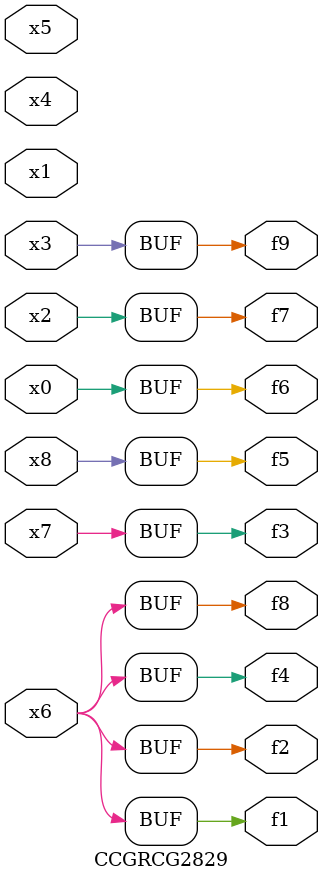
<source format=v>
module CCGRCG2829(
	input x0, x1, x2, x3, x4, x5, x6, x7, x8,
	output f1, f2, f3, f4, f5, f6, f7, f8, f9
);
	assign f1 = x6;
	assign f2 = x6;
	assign f3 = x7;
	assign f4 = x6;
	assign f5 = x8;
	assign f6 = x0;
	assign f7 = x2;
	assign f8 = x6;
	assign f9 = x3;
endmodule

</source>
